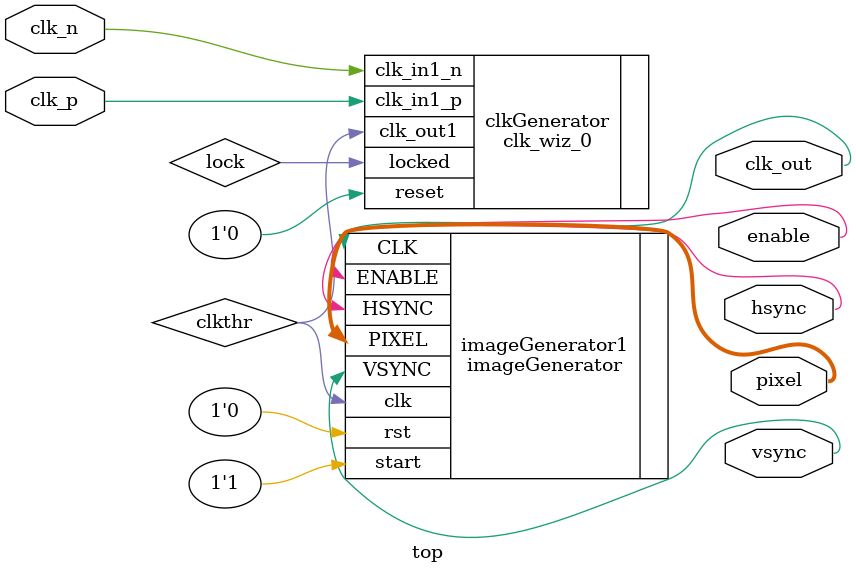
<source format=v>
`timescale 1ns / 1ps


module top(
    input clk_p,
    input clk_n,
    //input start,
    //input reset,
    output enable,
    output clk_out,
    output vsync,
    output hsync,
    output [29:0] pixel
    );
    //reset e start para já vem de dentro
    //Mais tarde tem de se alterar isto
    
    
    //este clock tem na entrada 200MHz que vem do oscilador (positivo e negativo)
    //na saida tem um sinal so de 148.5 MHz
    wire clkthr, lock;
    clk_wiz_0 clkGenerator(
      .clk_in1_p(clk_p),
      .clk_in1_n(clk_n),
      .clk_out1(clkthr),
      .reset(1'b0),
      .locked(lock)
     );     
         
    imageGenerator imageGenerator1(
            .rst(1'b0),
            .clk(clkthr),
            .start(1'b1),
            .ENABLE(enable),
            .VSYNC(vsync),
            .HSYNC(hsync),
            .PIXEL(pixel),
            .CLK(clk_out)
   );
  
endmodule
</source>
